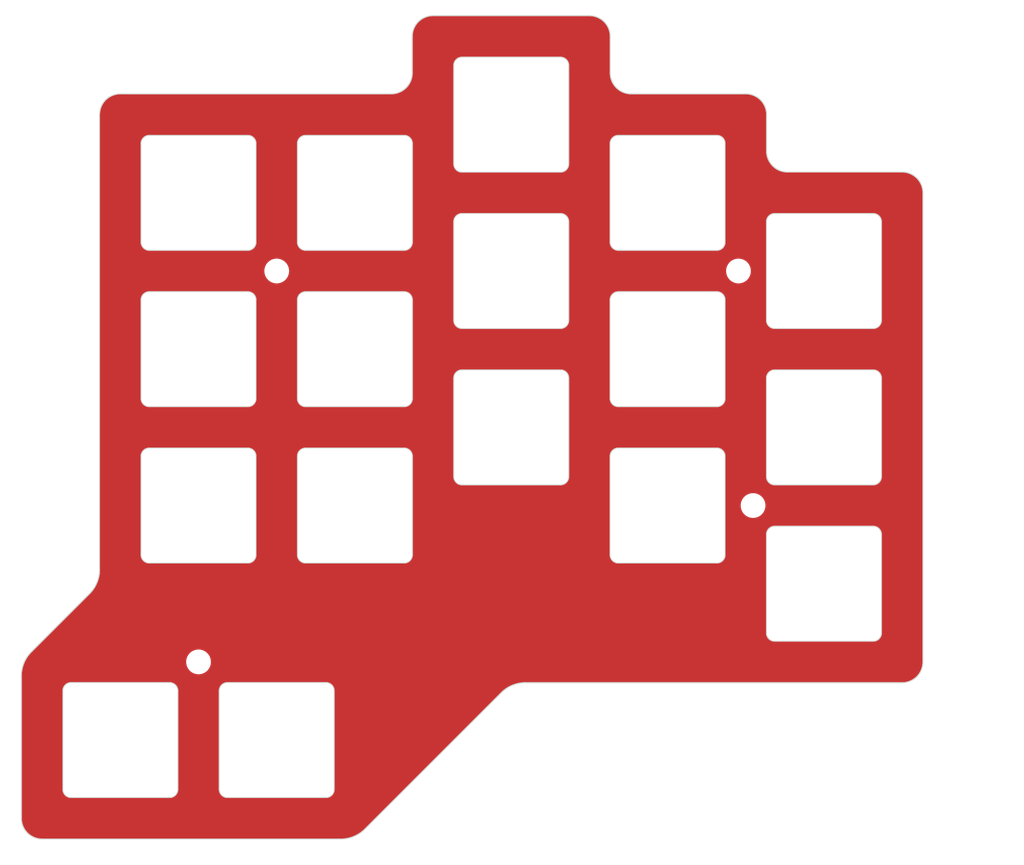
<source format=kicad_pcb>
(kicad_pcb (version 20211014) (generator pcbnew)
  (title_block (title "Pragmatic 5x6 input module") (date "2022-03-22") (rev "3") (company "James Sa"))
  (layers (0 "F.Cu" signal) (31 "B.Cu" signal) (34 "B.Paste" user) (35 "F.Paste" user) (36 "B.SilkS" user "B.Silkscreen") (37 "F.SilkS" user "F.Silkscreen") (38 "B.Mask" user) (39 "F.Mask" user) (44 "Edge.Cuts" user))
  (net 0 "")
  (footprint "Keyboard_JSA:Switch_Hole_Cutout_w_Deco" (layer "F.Cu") (at 143.57 76.2)
    (fp_text reference "SW1" hide)
    (fp_text value "SW_Push" hide)
    (fp_line (start 7 6) (end 7 -6) (layer "Edge.Cuts") (width 0.1))
    (fp_line (start -7 6) (end -7 -6) (layer "Edge.Cuts") (width 0.1))
    (fp_line (start -6 -7) (end 6 -7) (layer "Edge.Cuts") (width 0.1))
    (fp_line (start -6 7) (end 6 7) (layer "Edge.Cuts") (width 0.1))
    (fp_arc (start 6 -7) (mid 6.707107 -6.707107) (end 7 -6) (layer "Edge.Cuts") (width 0.1))
    (fp_arc (start -7 -6) (mid -6.707107 -6.707107) (end -6 -7) (layer "Edge.Cuts") (width 0.1))
    (fp_arc (start 7 6) (mid 6.707107 6.707107) (end 6 7) (layer "Edge.Cuts") (width 0.1))
    (fp_arc (start -6 7) (mid -6.707107 6.707107) (end -7 6) (layer "Edge.Cuts") (width 0.1))
  )
  (footprint "Keyboard_JSA:Switch_Hole_Cutout_w_Deco" (layer "F.Cu") (at 143.57 95.25)
    (fp_text reference "SW7" hide)
    (fp_text value "SW_Push" hide)
    (fp_line (start 7 6) (end 7 -6) (layer "Edge.Cuts") (width 0.1))
    (fp_line (start -7 6) (end -7 -6) (layer "Edge.Cuts") (width 0.1))
    (fp_line (start -6 7) (end 6 7) (layer "Edge.Cuts") (width 0.1))
    (fp_line (start -6 -7) (end 6 -7) (layer "Edge.Cuts") (width 0.1))
    (fp_arc (start 6 -7) (mid 6.707107 -6.707107) (end 7 -6) (layer "Edge.Cuts") (width 0.1))
    (fp_arc (start -6 7) (mid -6.707107 6.707107) (end -7 6) (layer "Edge.Cuts") (width 0.1))
    (fp_arc (start 7 6) (mid 6.707107 6.707107) (end 6 7) (layer "Edge.Cuts") (width 0.1))
    (fp_arc (start -7 -6) (mid -6.707107 -6.707107) (end -6 -7) (layer "Edge.Cuts") (width 0.1))
  )
  (footprint "Keyboard_JSA:Switch_Hole_Cutout_w_Deco" (layer "F.Cu") (at 124.52 85.725)
    (fp_text reference "SW8" hide)
    (fp_text value "SW_Push" hide)
    (fp_line (start -6 7) (end 6 7) (layer "Edge.Cuts") (width 0.1))
    (fp_line (start -7 6) (end -7 -6) (layer "Edge.Cuts") (width 0.1))
    (fp_line (start 7 6) (end 7 -6) (layer "Edge.Cuts") (width 0.1))
    (fp_line (start -6 -7) (end 6 -7) (layer "Edge.Cuts") (width 0.1))
    (fp_arc (start -6 7) (mid -6.707107 6.707107) (end -7 6) (layer "Edge.Cuts") (width 0.1))
    (fp_arc (start 7 6) (mid 6.707107 6.707107) (end 6 7) (layer "Edge.Cuts") (width 0.1))
    (fp_arc (start -7 -6) (mid -6.707107 -6.707107) (end -6 -7) (layer "Edge.Cuts") (width 0.1))
    (fp_arc (start 6 -7) (mid 6.707107 -6.707107) (end 7 -6) (layer "Edge.Cuts") (width 0.1))
  )
  (footprint "Keyboard_JSA:Switch_Hole_Cutout_w_Deco" (layer "F.Cu") (at 124.52 66.675)
    (fp_text reference "SW2" hide)
    (fp_text value "SW_Push" hide)
    (fp_line (start -6 -7) (end 6 -7) (layer "Edge.Cuts") (width 0.1))
    (fp_line (start -7 6) (end -7 -6) (layer "Edge.Cuts") (width 0.1))
    (fp_line (start -6 7) (end 6 7) (layer "Edge.Cuts") (width 0.1))
    (fp_line (start 7 6) (end 7 -6) (layer "Edge.Cuts") (width 0.1))
    (fp_arc (start -6 7) (mid -6.707107 6.707107) (end -7 6) (layer "Edge.Cuts") (width 0.1))
    (fp_arc (start -7 -6) (mid -6.707107 -6.707107) (end -6 -7) (layer "Edge.Cuts") (width 0.1))
    (fp_arc (start 7 6) (mid 6.707107 6.707107) (end 6 7) (layer "Edge.Cuts") (width 0.1))
    (fp_arc (start 6 -7) (mid 6.707107 -6.707107) (end 7 -6) (layer "Edge.Cuts") (width 0.1))
  )
  (footprint "Keyboard_JSA:Switch_Hole_Cutout_w_Deco" (layer "F.Cu") (at 105.47 57.15)
    (fp_text reference "SW3" hide)
    (fp_text value "SW_Push" hide)
    (fp_line (start -6 -7) (end 6 -7) (layer "Edge.Cuts") (width 0.1))
    (fp_line (start -7 6) (end -7 -6) (layer "Edge.Cuts") (width 0.1))
    (fp_line (start 7 6) (end 7 -6) (layer "Edge.Cuts") (width 0.1))
    (fp_line (start -6 7) (end 6 7) (layer "Edge.Cuts") (width 0.1))
    (fp_arc (start -7 -6) (mid -6.707107 -6.707107) (end -6 -7) (layer "Edge.Cuts") (width 0.1))
    (fp_arc (start 7 6) (mid 6.707107 6.707107) (end 6 7) (layer "Edge.Cuts") (width 0.1))
    (fp_arc (start -6 7) (mid -6.707107 6.707107) (end -7 6) (layer "Edge.Cuts") (width 0.1))
    (fp_arc (start 6 -7) (mid 6.707107 -6.707107) (end 7 -6) (layer "Edge.Cuts") (width 0.1))
  )
  (footprint "Keyboard_JSA:Switch_Hole_Cutout_w_Deco" (layer "F.Cu") (at 86.42 66.675)
    (fp_text reference "SW4" hide)
    (fp_text value "SW_Push" hide)
    (fp_line (start -6 -7) (end 6 -7) (layer "Edge.Cuts") (width 0.1))
    (fp_line (start -7 6) (end -7 -6) (layer "Edge.Cuts") (width 0.1))
    (fp_line (start 7 6) (end 7 -6) (layer "Edge.Cuts") (width 0.1))
    (fp_line (start -6 7) (end 6 7) (layer "Edge.Cuts") (width 0.1))
    (fp_arc (start 7 6) (mid 6.707107 6.707107) (end 6 7) (layer "Edge.Cuts") (width 0.1))
    (fp_arc (start 6 -7) (mid 6.707107 -6.707107) (end 7 -6) (layer "Edge.Cuts") (width 0.1))
    (fp_arc (start -7 -6) (mid -6.707107 -6.707107) (end -6 -7) (layer "Edge.Cuts") (width 0.1))
    (fp_arc (start -6 7) (mid -6.707107 6.707107) (end -7 6) (layer "Edge.Cuts") (width 0.1))
  )
  (footprint "Keyboard_JSA:Switch_Hole_Cutout_w_Deco" (layer "F.Cu") (at 67.37 66.675)
    (fp_text reference "SW5" hide)
    (fp_text value "SW_Push" hide)
    (fp_line (start 7 6) (end 7 -6) (layer "Edge.Cuts") (width 0.1))
    (fp_line (start -6 -7) (end 6 -7) (layer "Edge.Cuts") (width 0.1))
    (fp_line (start -6 7) (end 6 7) (layer "Edge.Cuts") (width 0.1))
    (fp_line (start -7 6) (end -7 -6) (layer "Edge.Cuts") (width 0.1))
    (fp_arc (start 7 6) (mid 6.707107 6.707107) (end 6 7) (layer "Edge.Cuts") (width 0.1))
    (fp_arc (start -6 7) (mid -6.707107 6.707107) (end -7 6) (layer "Edge.Cuts") (width 0.1))
    (fp_arc (start -7 -6) (mid -6.707107 -6.707107) (end -6 -7) (layer "Edge.Cuts") (width 0.1))
    (fp_arc (start 6 -7) (mid 6.707107 -6.707107) (end 7 -6) (layer "Edge.Cuts") (width 0.1))
  )
  (footprint "Keyboard_JSA:Switch_Hole_Cutout_w_Deco" (layer "F.Cu") (at 105.47 76.2)
    (fp_text reference "SW9" hide)
    (fp_text value "SW_Push" hide)
    (fp_line (start -6 -7) (end 6 -7) (layer "Edge.Cuts") (width 0.1))
    (fp_line (start 7 6) (end 7 -6) (layer "Edge.Cuts") (width 0.1))
    (fp_line (start -7 6) (end -7 -6) (layer "Edge.Cuts") (width 0.1))
    (fp_line (start -6 7) (end 6 7) (layer "Edge.Cuts") (width 0.1))
    (fp_arc (start 6 -7) (mid 6.707107 -6.707107) (end 7 -6) (layer "Edge.Cuts") (width 0.1))
    (fp_arc (start 7 6) (mid 6.707107 6.707107) (end 6 7) (layer "Edge.Cuts") (width 0.1))
    (fp_arc (start -6 7) (mid -6.707107 6.707107) (end -7 6) (layer "Edge.Cuts") (width 0.1))
    (fp_arc (start -7 -6) (mid -6.707107 -6.707107) (end -6 -7) (layer "Edge.Cuts") (width 0.1))
  )
  (footprint "Keyboard_JSA:Switch_Hole_Cutout_w_Deco" (layer "F.Cu") (at 86.42 85.725)
    (fp_text reference "SW10" hide)
    (fp_text value "SW_Push" hide)
    (fp_line (start 7 6) (end 7 -6) (layer "Edge.Cuts") (width 0.1))
    (fp_line (start -6 -7) (end 6 -7) (layer "Edge.Cuts") (width 0.1))
    (fp_line (start -7 6) (end -7 -6) (layer "Edge.Cuts") (width 0.1))
    (fp_line (start -6 7) (end 6 7) (layer "Edge.Cuts") (width 0.1))
    (fp_arc (start -6 7) (mid -6.707107 6.707107) (end -7 6) (layer "Edge.Cuts") (width 0.1))
    (fp_arc (start -7 -6) (mid -6.707107 -6.707107) (end -6 -7) (layer "Edge.Cuts") (width 0.1))
    (fp_arc (start 6 -7) (mid 6.707107 -6.707107) (end 7 -6) (layer "Edge.Cuts") (width 0.1))
    (fp_arc (start 7 6) (mid 6.707107 6.707107) (end 6 7) (layer "Edge.Cuts") (width 0.1))
  )
  (footprint "Keyboard_JSA:Switch_Hole_Cutout_w_Deco" (layer "F.Cu") (at 67.37 85.725)
    (fp_text reference "SW11" hide)
    (fp_text value "SW_Push" hide)
    (fp_line (start -7 6) (end -7 -6) (layer "Edge.Cuts") (width 0.1))
    (fp_line (start -6 7) (end 6 7) (layer "Edge.Cuts") (width 0.1))
    (fp_line (start -6 -7) (end 6 -7) (layer "Edge.Cuts") (width 0.1))
    (fp_line (start 7 6) (end 7 -6) (layer "Edge.Cuts") (width 0.1))
    (fp_arc (start -6 7) (mid -6.707107 6.707107) (end -7 6) (layer "Edge.Cuts") (width 0.1))
    (fp_arc (start -7 -6) (mid -6.707107 -6.707107) (end -6 -7) (layer "Edge.Cuts") (width 0.1))
    (fp_arc (start 6 -7) (mid 6.707107 -6.707107) (end 7 -6) (layer "Edge.Cuts") (width 0.1))
    (fp_arc (start 7 6) (mid 6.707107 6.707107) (end 6 7) (layer "Edge.Cuts") (width 0.1))
  )
  (footprint "Keyboard_JSA:Switch_Hole_Cutout_w_Deco" (layer "F.Cu") (at 143.57 114.3)
    (fp_text reference "SW13" hide)
    (fp_text value "SW_Push" hide)
    (fp_line (start -7 6) (end -7 -6) (layer "Edge.Cuts") (width 0.1))
    (fp_line (start 7 6) (end 7 -6) (layer "Edge.Cuts") (width 0.1))
    (fp_line (start -6 7) (end 6 7) (layer "Edge.Cuts") (width 0.1))
    (fp_line (start -6 -7) (end 6 -7) (layer "Edge.Cuts") (width 0.1))
    (fp_arc (start 6 -7) (mid 6.707107 -6.707107) (end 7 -6) (layer "Edge.Cuts") (width 0.1))
    (fp_arc (start -6 7) (mid -6.707107 6.707107) (end -7 6) (layer "Edge.Cuts") (width 0.1))
    (fp_arc (start -7 -6) (mid -6.707107 -6.707107) (end -6 -7) (layer "Edge.Cuts") (width 0.1))
    (fp_arc (start 7 6) (mid 6.707107 6.707107) (end 6 7) (layer "Edge.Cuts") (width 0.1))
  )
  (footprint "Keyboard_JSA:Switch_Hole_Cutout_w_Deco" (layer "F.Cu") (at 124.52 104.775)
    (fp_text reference "SW14" hide)
    (fp_text value "SW_Push" hide)
    (fp_line (start 7 6) (end 7 -6) (layer "Edge.Cuts") (width 0.1))
    (fp_line (start -6 7) (end 6 7) (layer "Edge.Cuts") (width 0.1))
    (fp_line (start -6 -7) (end 6 -7) (layer "Edge.Cuts") (width 0.1))
    (fp_line (start -7 6) (end -7 -6) (layer "Edge.Cuts") (width 0.1))
    (fp_arc (start 6 -7) (mid 6.707107 -6.707107) (end 7 -6) (layer "Edge.Cuts") (width 0.1))
    (fp_arc (start 7 6) (mid 6.707107 6.707107) (end 6 7) (layer "Edge.Cuts") (width 0.1))
    (fp_arc (start -7 -6) (mid -6.707107 -6.707107) (end -6 -7) (layer "Edge.Cuts") (width 0.1))
    (fp_arc (start -6 7) (mid -6.707107 6.707107) (end -7 6) (layer "Edge.Cuts") (width 0.1))
  )
  (footprint "Keyboard_JSA:Switch_Hole_Cutout_w_Deco" (layer "F.Cu") (at 105.47 95.25)
    (fp_text reference "SW15" hide)
    (fp_text value "SW_Push" hide)
    (fp_line (start -6 7) (end 6 7) (layer "Edge.Cuts") (width 0.1))
    (fp_line (start -6 -7) (end 6 -7) (layer "Edge.Cuts") (width 0.1))
    (fp_line (start 7 6) (end 7 -6) (layer "Edge.Cuts") (width 0.1))
    (fp_line (start -7 6) (end -7 -6) (layer "Edge.Cuts") (width 0.1))
    (fp_arc (start 7 6) (mid 6.707107 6.707107) (end 6 7) (layer "Edge.Cuts") (width 0.1))
    (fp_arc (start -7 -6) (mid -6.707107 -6.707107) (end -6 -7) (layer "Edge.Cuts") (width 0.1))
    (fp_arc (start 6 -7) (mid 6.707107 -6.707107) (end 7 -6) (layer "Edge.Cuts") (width 0.1))
    (fp_arc (start -6 7) (mid -6.707107 6.707107) (end -7 6) (layer "Edge.Cuts") (width 0.1))
  )
  (footprint "Keyboard_JSA:Switch_Hole_Cutout_w_Deco" (layer "F.Cu") (at 86.42 104.775)
    (fp_text reference "SW16" hide)
    (fp_text value "SW_Push" hide)
    (fp_line (start -7 6) (end -7 -6) (layer "Edge.Cuts") (width 0.1))
    (fp_line (start -6 -7) (end 6 -7) (layer "Edge.Cuts") (width 0.1))
    (fp_line (start -6 7) (end 6 7) (layer "Edge.Cuts") (width 0.1))
    (fp_line (start 7 6) (end 7 -6) (layer "Edge.Cuts") (width 0.1))
    (fp_arc (start 6 -7) (mid 6.707107 -6.707107) (end 7 -6) (layer "Edge.Cuts") (width 0.1))
    (fp_arc (start -7 -6) (mid -6.707107 -6.707107) (end -6 -7) (layer "Edge.Cuts") (width 0.1))
    (fp_arc (start -6 7) (mid -6.707107 6.707107) (end -7 6) (layer "Edge.Cuts") (width 0.1))
    (fp_arc (start 7 6) (mid 6.707107 6.707107) (end 6 7) (layer "Edge.Cuts") (width 0.1))
  )
  (footprint "Keyboard_JSA:Switch_Hole_Cutout_w_Deco" (layer "F.Cu") (at 67.37 104.775)
    (fp_text reference "SW17" hide)
    (fp_text value "SW_Push" hide)
    (fp_line (start -6 -7) (end 6 -7) (layer "Edge.Cuts") (width 0.1))
    (fp_line (start -6 7) (end 6 7) (layer "Edge.Cuts") (width 0.1))
    (fp_line (start 7 6) (end 7 -6) (layer "Edge.Cuts") (width 0.1))
    (fp_line (start -7 6) (end -7 -6) (layer "Edge.Cuts") (width 0.1))
    (fp_arc (start -6 7) (mid -6.707107 6.707107) (end -7 6) (layer "Edge.Cuts") (width 0.1))
    (fp_arc (start 6 -7) (mid 6.707107 -6.707107) (end 7 -6) (layer "Edge.Cuts") (width 0.1))
    (fp_arc (start 7 6) (mid 6.707107 6.707107) (end 6 7) (layer "Edge.Cuts") (width 0.1))
    (fp_arc (start -7 -6) (mid -6.707107 -6.707107) (end -6 -7) (layer "Edge.Cuts") (width 0.1))
  )
  (footprint "Keyboard_JSA:Switch_Hole_Cutout_w_Deco" (layer "F.Cu") (at 76.895 133.35)
    (fp_text reference "SW22" hide)
    (fp_text value "SW_Push" hide)
    (fp_line (start -6 -7) (end 6 -7) (layer "Edge.Cuts") (width 0.1))
    (fp_line (start 7 6) (end 7 -6) (layer "Edge.Cuts") (width 0.1))
    (fp_line (start -6 7) (end 6 7) (layer "Edge.Cuts") (width 0.1))
    (fp_line (start -7 6) (end -7 -6) (layer "Edge.Cuts") (width 0.1))
    (fp_arc (start 7 6) (mid 6.707107 6.707107) (end 6 7) (layer "Edge.Cuts") (width 0.1))
    (fp_arc (start 6 -7) (mid 6.707107 -6.707107) (end 7 -6) (layer "Edge.Cuts") (width 0.1))
    (fp_arc (start -7 -6) (mid -6.707107 -6.707107) (end -6 -7) (layer "Edge.Cuts") (width 0.1))
    (fp_arc (start -6 7) (mid -6.707107 6.707107) (end -7 6) (layer "Edge.Cuts") (width 0.1))
  )
  (footprint "Keyboard_JSA:Switch_Hole_Cutout_w_Deco" (layer "F.Cu") (at 57.845 133.35)
    (fp_text reference "SW23" hide)
    (fp_text value "SW_Push" hide)
    (fp_line (start -6 -7) (end 6 -7) (layer "Edge.Cuts") (width 0.1))
    (fp_line (start -7 6) (end -7 -6) (layer "Edge.Cuts") (width 0.1))
    (fp_line (start -6 7) (end 6 7) (layer "Edge.Cuts") (width 0.1))
    (fp_line (start 7 6) (end 7 -6) (layer "Edge.Cuts") (width 0.1))
    (fp_arc (start 6 -7) (mid 6.707107 -6.707107) (end 7 -6) (layer "Edge.Cuts") (width 0.1))
    (fp_arc (start 7 6) (mid 6.707107 6.707107) (end 6 7) (layer "Edge.Cuts") (width 0.1))
    (fp_arc (start -7 -6) (mid -6.707107 -6.707107) (end -6 -7) (layer "Edge.Cuts") (width 0.1))
    (fp_arc (start -6 7) (mid -6.707107 6.707107) (end -7 6) (layer "Edge.Cuts") (width 0.1))
  )
  (footprint "Keyboard_JSA:OSHW-Logo2_5x5mm_Copper" (layer "F.Cu") (at 105.41 118.11)
    (fp_text reference "REF**" hide)
    (fp_text value "OSHW-Logo2_5x5mm_Copper" hide)
    (fp_poly (pts (xy 0.10391 -2.757652) (xy 0.182454 -2.757222) (xy 0.239298 -2.756058) (xy 0.278105 -2.753793) (xy 0.302538 -2.75006) (xy 0.316262 -2.744494) (xy 0.32294 -2.736727) (xy 0.326236 -2.726395) (xy 0.326556 -2.725057) (xy 0.331562 -2.700921) (xy 0.340829 -2.653299) (xy 0.353392 -2.587259) (xy 0.368287 -2.507872) (xy 0.384551 -2.420204) (xy 0.385119 -2.417125) (xy 0.40141 -2.331211) (xy 0.416652 -2.255304) (xy 0.429861 -2.193955) (xy 0.440054 -2.151718) (xy 0.446248 -2.133145) (xy 0.446543 -2.132816) (xy 0.464788 -2.123747) (xy 0.502405 -2.108633) (xy 0.551271 -2.090738) (xy 0.551543 -2.090642) (xy 0.613093 -2.067507) (xy 0.685657 -2.038035) (xy 0.754057 -2.008403) (xy 0.757294 -2.006938) (xy 0.868702 -1.956374) (xy 1.115399 -2.12484) (xy 1.191077 -2.176197) (xy 1.259631 -2.222111) (xy 1.317088 -2.25997) (xy 1.359476 -2.287163) (xy 1.382825 -2.301079) (xy 1.385042 -2.302111) (xy 1.40201 -2.297516) (xy 1.433701 -2.275345) (xy 1.481352 -2.234553) (xy 1.546198 -2.174095) (xy 1.612397 -2.109773) (xy 1.676214 -2.046388) (xy 1.733329 -1.988549) (xy 1.780305 -1.939825) (xy 1.813703 -1.90379) (xy 1.830085 -1.884016) (xy 1.830694 -1.882998) (xy 1.832505 -1.869428) (xy 1.825683 -1.847267) (xy 1.80854 -1.813522) (xy 1.779393 -1.7652) (xy 1.736555 -1.699308) (xy 1.679448 -1.614483) (xy 1.628766 -1.539823) (xy 1.583461 -1.47286) (xy 1.54615 -1.417484) (xy 1.519452 -1.37758) (xy 1.505985 -1.357038) (xy 1.505137 -1.355644) (xy 1.506781 -1.335962) (xy 1.519245 -1.297707) (xy 1.540048 -1.248111) (xy 1.547462 -1.232272) (xy 1.579814 -1.16171) (xy 1.614328 -1.081647) (xy 1.642365 -1.012371) (xy 1.662568 -0.960955) (xy 1.678615 -0.921881) (xy 1.687888 -0.901459) (xy 1.689041 -0.899886) (xy 1.706096 -0.897279) (xy 1.746298 -0.890137) (xy 1.804302 -0.879477) (xy 1.874763 -0.866315) (xy 1.952335 -0.851667) (xy 2.031672 -0.836551) (xy 2.107431 -0.821982) (xy 2.174264 -0.808978) (xy 2.226828 -0.798555) (xy 2.259776 -0.79173) (xy 2.267857 -0.789801) (xy 2.276205 -0.785038) (xy 2.282506 -0.774282) (xy 2.287045 -0.753902) (xy 2.290104 -0.720266) (xy 2.291967 -0.669745) (xy 2.292918 -0.598708) (xy 2.29324 -0.503524) (xy 2.293257 -0.464508) (xy 2.293257 -0.147201) (xy 2.217057 -0.132161) (xy 2.174663 -0.124005) (xy 2.1114 -0.112101) (xy 2.034962 -0.097884) (xy 1.953043 -0.08279) (xy 1.9304 -0.078645) (xy 1.854806 -0.063947) (xy 1.788953 -0.049495) (xy 1.738366 -0.036625) (xy 1.708574 -0.026678) (xy 1.703612 -0.023713) (xy 1.691426 -0.002717) (xy 1.673953 0.037967) (xy 1.654577 0.090322) (xy 1.650734 0.1016) (xy 1.625339 0.171523) (xy 1.593817 0.250418) (xy 1.562969 0.321266) (xy 1.562817 0.321595) (xy 1.511447 0.432733) (xy 1.680399 0.681253) (xy 1.849352 0.929772) (xy 1.632429 1.147058) (xy 1.566819 1.211726) (xy 1.506979 1.268733) (xy 1.456267 1.315033) (xy 1.418046 1.347584) (xy 1.395675 1.363343) (xy 1.392466 1.364343) (xy 1.373626 1.356469) (xy 1.33518 1.334578) (xy 1.28133 1.301267) (xy 1.216276 1.259131) (xy 1.14594 1.211943) (xy 1.074555 1.16381) (xy 1.010908 1.121928) (xy 0.959041 1.088871) (xy 0.922995 1.067218) (xy 0.906867 1.059543) (xy 0.887189 1.066037) (xy 0.849875 1.08315) (xy 0.802621 1.107326) (xy 0.797612 1.110013) (xy 0.733977 1.141927) (xy 0.690341 1.157579) (xy 0.663202 1.157745) (xy 0.649057 1.143204) (xy 0.648975 1.143) (xy 0.641905 1.125779) (xy 0.625042 1.084899) (xy 0.599695 1.023525) (xy 0.567171 0.944819) (xy 0.528778 0.851947) (xy 0.485822 0.748072) (xy 0.444222 0.647502) (xy 0.398504 0.536516) (xy 0.356526 0.433703) (xy 0.319548 0.342215) (xy 0.288827 0.265201) (xy 0.265622 0.205815) (xy 0.25119 0.167209) (xy 0.246743 0.1528) (xy 0.257896 0.136272) (xy 0.287069 0.10993) (xy 0.325971 0.080887) (xy 0.436757 -0.010961) (xy 0.523351 -0.116241) (xy 0.584716 -0.232734) (xy 0.619815 -0.358224) (xy 0.627608 -0.490493) (xy 0.621943 -0.551543) (xy 0.591078 -0.678205) (xy 0.53792 -0.790059) (xy 0.465767 -0.885999) (xy 0.377917 -0.964924) (xy 0.277665 -1.02573) (xy 0.16831 -1.067313) (xy 0.053147 -1.088572) (xy -0.064525 -1.088401) (xy -0.18141 -1.065699) (xy -0.294211 -1.019362) (xy -0.399631 -0.948287) (xy -0.443632 -0.908089) (xy -0.528021 -0.804871) (xy -0.586778 -0.692075) (xy -0.620296 -0.57299) (xy -0.628965 -0.450905) (xy -0.613177 -0.329107) (xy -0.573322 -0.210884) (xy -0.509793 -0.099525) (xy -0.422979 0.001684) (xy -0.325971 0.080887) (xy -0.285563 0.111162) (xy -0.257018 0.137219) (xy -0.246743 0.152825) (xy -0.252123 0.169843) (xy -0.267425 0.2105) (xy -0.291388 0.271642) (xy -0.322756 0.350119) (xy -0.360268 0.44278) (xy -0.402667 0.546472) (xy -0.444337 0.647526) (xy -0.49031 0.758607) (xy -0.532893 0.861541) (xy -0.570779 0.953165) (xy -0.60266 1.030316) (xy -0.627229 1.089831) (xy -0.64318 1.128544) (xy -0.64909 1.143) (xy -0.663052 1.157685) (xy -0.69006 1.157642) (xy -0.733587 1.142099) (xy -0.79711 1.110284) (xy -0.797612 1.110013) (xy -0.84544 1.085323) (xy -0.884103 1.067338) (xy -0.905905 1.059614) (xy -0.906867 1.059543) (xy -0.923279 1.067378) (xy -0.959513 1.089165) (xy -1.011526 1.122328) (xy -1.075275 1.164291) (xy -1.14594 1.211943) (xy -1.217884 1.260191) (xy -1.282726 1.302151) (xy -1.336265 1.335227) (xy -1.374303 1.356821) (xy -1.392467 1.364343) (xy -1.409192 1.354457) (xy -1.44282 1.326826) (xy -1.48999 1.284495) (xy -1.547342 1.230505) (xy -1.611516 1.167899) (xy -1.632503 1.146983) (xy -1.849501 0.929623) (xy -1.684332 0.68722) (xy -1.634136 0.612781) (xy -1.590081 0.545972) (xy -1.554638 0.490665) (xy -1.530281 0.450729) (xy -1.519478 0.430036) (xy -1.519162 0.428563) (xy -1.524857 0.409058) (xy -1.540174 0.369822) (xy -1.562463 0.31743) (xy -1.578107 0.282355) (xy -1.607359 0.215201) (xy -1.634906 0.147358) (xy -1.656263 0.090034) (xy -1.662065 0.072572) (xy -1.678548 0.025938) (xy -1.69466 -0.010095) (xy -1.70351 -0.023713) (xy -1.72304 -0.032048) (xy -1.765666 -0.043863) (xy -1.825855 -0.057819) (xy -1.898078 -0.072578) (xy -1.9304 -0.078645) (xy -2.012478 -0.093727) (xy -2.091205 -0.108331) (xy -2.158891 -0.12102) (xy -2.20784 -0.130358) (xy -2.217057 -0.132161) (xy -2.293257 -0.147201) (xy -2.293257 -0.464508) (xy -2.293086 -0.568846) (xy -2.292384 -0.647787) (xy -2.290866 -0.704962) (xy -2.288251 -0.744001) (xy -2.284254 -0.768535) (xy -2.278591 -0.782195) (xy -2.27098 -0.788611) (xy -2.267857 -0.789801) (xy -2.249022 -0.79402) (xy -2.207412 -0.802438) (xy -2.14837 -0.814039) (xy -2.077243 -0.827805) (xy -1.999375 -0.84272) (xy -1.920113 -0.857768) (xy -1.844802 -0.871931) (xy -1.778787 -0.884194) (xy -1.727413 -0.893539) (xy -1.696025 -0.89895) (xy -1.689041 -0.899886) (xy -1.682715 -0.912404) (xy -1.66871 -0.945754) (xy -1.649645 -0.993623) (xy -1.642366 -1.012371) (xy -1.613004 -1.084805) (xy -1.578429 -1.16483) (xy -1.547463 -1.232272) (xy -1.524677 -1.283841) (xy -1.509518 -1.326215) (xy -1.504458 -1.352166) (xy -1.505264 -1.355644) (xy -1.515959 -1.372064) (xy -1.54038 -1.408583) (xy -1.575905 -1.461313) (xy -1.619913 -1.526365) (xy -1.669783 -1.599849) (xy -1.679644 -1.614355) (xy -1.737508 -1.700296) (xy -1.780044 -1.765739) (xy -1.808946 -1.813696) (xy -1.82591 -1.84718) (xy -1.832633 -1.869205) (xy -1.83081 -1.882783) (xy -1.830764 -1.882869) (xy -1.816414 -1.900703) (xy -1.784677 -1.935183) (xy -1.73899 -1.982732) (xy -1.682796 -2.039778) (xy -1.619532 -2.102745) (xy -1.612398 -2.109773) (xy -1.53267 -2.18698) (xy -1.471143 -2.24367) (xy -1.426579 -2.28089) (xy -1.397743 -2.299685) (xy -1.385042 -2.302111) (xy -1.366506 -2.291529) (xy -1.328039 -2.267084) (xy -1.273614 -2.231388) (xy -1.207202 -2.187053) (xy -1.132775 -2.136689) (xy -1.115399 -2.12484) (xy -0.868703 -1.956374) (xy -0.757294 -2.006938) (xy -0.689543 -2.036405) (xy -0.616817 -2.066041) (xy -0.554297 -2.08967) (xy -0.551543 -2.090642) (xy -0.50264 -2.108543) (xy -0.464943 -2.12368) (xy -0.446575 -2.13279) (xy -0.446544 -2.132816) (xy -0.440715 -2.149283) (xy -0.430808 -2.189781) (xy -0.417805 -2.249758) (xy -0.402691 -2.32466) (xy -0.386448 -2.409936) (xy -0.385119 -2.417125) (xy -0.368825 -2.504986) (xy -0.353867 -2.58474) (xy -0.341209 -2.651319) (xy -0.331814 -2.699653) (xy -0.326646 -2.724675) (xy -0.326556 -2.725057) (xy -0.323411 -2.735701) (xy -0.317296 -2.743738) (xy -0.304547 -2.749533) (xy -0.2815 -2.753453) (xy -0.244491 -2.755865) (xy -0.189856 -2.757135) (xy -0.113933 -2.757629) (xy -0.013056 -2.757714) (xy 0 -2.757714) (xy 0.10391 -2.757652)) (layer "F.Cu") (width 0.01) (fill solid))
  )
  (footprint "MountingHole:MountingHole_2.5mm" (layer "B.Cu") (at 133.156 76.2 180)
    (fp_text reference "H1")
    (fp_text value "MountingHole")
    (pad "" np_thru_hole circle (at 0 0 180) (size 2.5 2.5) (drill 2.5) (layers *.Cu *.Mask))
  )
  (footprint "MountingHole:MountingHole_2.5mm" (layer "B.Cu") (at 134.934 104.775 180)
    (fp_text reference "H2")
    (fp_text value "MountingHole")
    (pad "" np_thru_hole circle (at 0 0 180) (size 2.5 2.5) (drill 2.5) (layers *.Cu *.Mask))
  )
  (footprint "MountingHole:MountingHole_2.5mm" (layer "B.Cu") (at 76.895 76.2 180)
    (fp_text reference "H3")
    (fp_text value "MountingHole")
    (pad "" np_thru_hole circle (at 0 0 180) (size 2.5 2.5) (drill 2.5) (layers *.Cu *.Mask))
  )
  (footprint "MountingHole:MountingHole_2.5mm" (layer "B.Cu") (at 67.37 123.825 180)
    (fp_text reference "H4")
    (fp_text value "MountingHole" hide)
    (pad "" np_thru_hole circle (at 0 0 180) (size 2.5 2.5) (drill 2.5) (layers *.Cu *.Mask))
  )
  (gr_line (start 136.585 57.15) (end 136.585 61.595) (layer "Edge.Cuts") (width 0.12))
  (gr_arc (start 104.2 127.635) (mid 105.651659 126.660407) (end 107.375 126.365) (layer "Edge.Cuts") (width 0.12))
  (gr_arc (start 114.995 45.085) (mid 116.791051 45.828949) (end 117.535 47.625) (layer "Edge.Cuts") (width 0.12))
  (gr_line (start 93.405 47.625) (end 93.405 52.07) (layer "Edge.Cuts") (width 0.12))
  (gr_line (start 120.075 54.61) (end 134.045 54.61) (layer "Edge.Cuts") (width 0.12))
  (gr_line (start 155.635 123.825) (end 155.635 66.675) (layer "Edge.Cuts") (width 0.12))
  (gr_arc (start 93.405 52.07) (mid 92.661051 53.866051) (end 90.865 54.61) (layer "Edge.Cuts") (width 0.12))
  (gr_line (start 117.535 47.625) (end 117.535 52.07) (layer "Edge.Cuts") (width 0.12))
  (gr_arc (start 55.305 112.395) (mid 55.009621 114.118352) (end 54.035 115.57) (layer "Edge.Cuts") (width 0.12))
  (gr_line (start 54.035 115.57) (end 47.05 122.555) (layer "Edge.Cuts") (width 0.12))
  (gr_arc (start 93.405 47.625) (mid 94.148949 45.828949) (end 95.945 45.085) (layer "Edge.Cuts") (width 0.12))
  (gr_arc (start 155.635 123.825) (mid 154.891051 125.621051) (end 153.095 126.365) (layer "Edge.Cuts") (width 0.12))
  (gr_arc (start 153.095 64.135) (mid 154.891051 64.878949) (end 155.635 66.675) (layer "Edge.Cuts") (width 0.12))
  (gr_arc (start 55.305 57.15) (mid 56.048949 55.353949) (end 57.845 54.61) (layer "Edge.Cuts") (width 0.12))
  (gr_line (start 112.455 45.085) (end 114.995 45.085) (layer "Edge.Cuts") (width 0.12))
  (gr_line (start 57.845 54.61) (end 90.865 54.61) (layer "Edge.Cuts") (width 0.12))
  (gr_line (start 153.095 126.365) (end 107.375 126.365) (layer "Edge.Cuts") (width 0.12))
  (gr_arc (start 139.125 64.135) (mid 137.328949 63.391051) (end 136.585 61.595) (layer "Edge.Cuts") (width 0.12))
  (gr_arc (start 48.32 145.415) (mid 46.523949 144.671051) (end 45.78 142.875) (layer "Edge.Cuts") (width 0.12))
  (gr_line (start 45.78 142.875) (end 45.78 125.73) (layer "Edge.Cuts") (width 0.12))
  (gr_line (start 139.125 64.135) (end 153.095 64.135) (layer "Edge.Cuts") (width 0.12))
  (gr_arc (start 87.69 144.145) (mid 86.238341 145.119593) (end 84.515 145.415) (layer "Edge.Cuts") (width 0.12))
  (gr_line (start 112.455 45.085) (end 95.945 45.085) (layer "Edge.Cuts") (width 0.12))
  (gr_line (start 84.515 145.415) (end 48.32 145.415) (layer "Edge.Cuts") (width 0.12))
  (gr_arc (start 134.045 54.61) (mid 135.841051 55.353949) (end 136.585 57.15) (layer "Edge.Cuts") (width 0.12))
  (gr_arc (start 120.075 54.61) (mid 118.278949 53.866051) (end 117.535 52.07) (layer "Edge.Cuts") (width 0.12))
  (gr_line (start 87.69 144.145) (end 104.2 127.635) (layer "Edge.Cuts") (width 0.12))
  (gr_arc (start 45.78 125.73) (mid 46.075379 124.006648) (end 47.05 122.555) (layer "Edge.Cuts") (width 0.12))
  (gr_line (start 55.305 57.15) (end 55.305 112.395) (layer "Edge.Cuts") (width 0.12))
  (gr_text "김" (at 132.14 93.98) (layer "F.SilkS") (effects (font (size 1 1))))
  (gr_text "김" (at 133.41 94.615) (layer "F.SilkS") (effects (font (size 1.5 1.5))))
  (zone (net 0) (net_name "") (layer "F.Cu") (connect_pads (clearance 0)) (min_thickness 0.254) (fill yes (thermal_gap 0.508) (thermal_bridge_width 0.508))
    (polygon (pts (xy 43.24 148.59) (xy 157.54 148.59) (xy 157.54 43.18) (xy 43.24 43.18)))
  )
)
</source>
